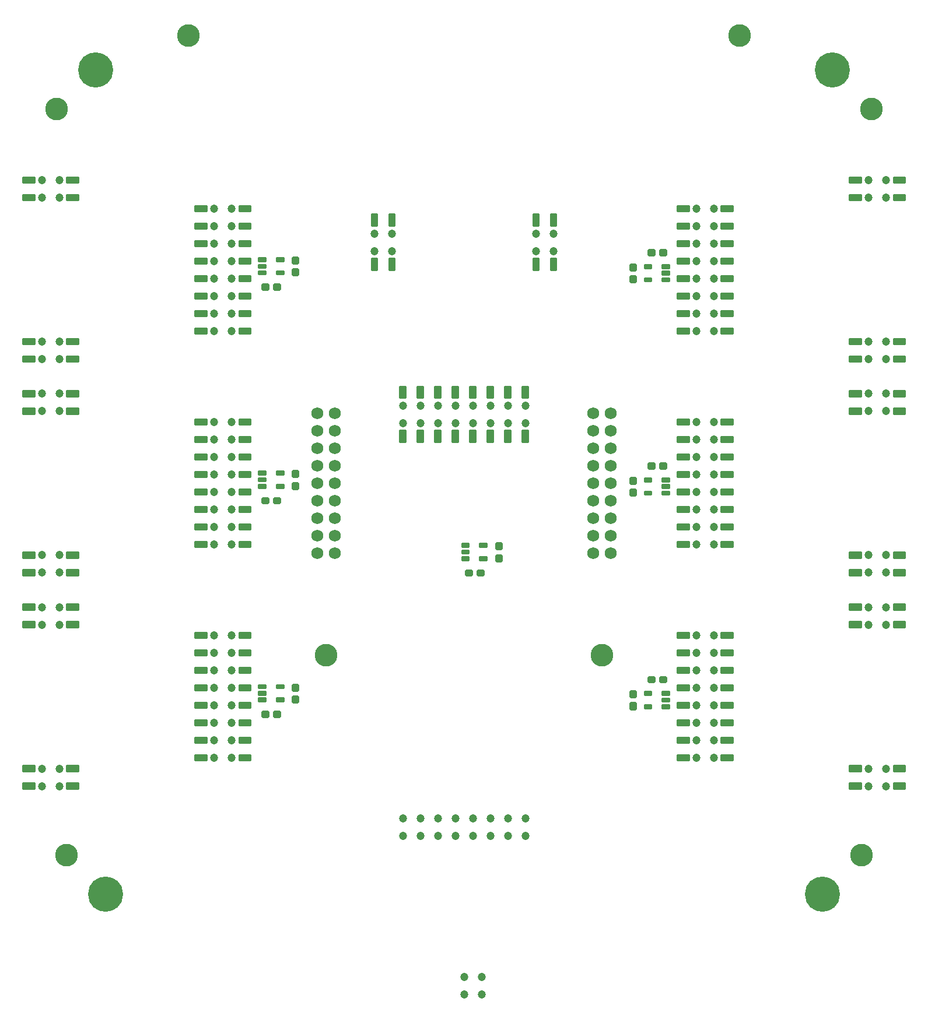
<source format=gbr>
G04 EAGLE Gerber RS-274X export*
G75*
%MOMM*%
%FSLAX34Y34*%
%LPD*%
%INSoldermask Bottom*%
%IPPOS*%
%AMOC8*
5,1,8,0,0,1.08239X$1,22.5*%
G01*
%ADD10C,5.100000*%
%ADD11C,3.300000*%
%ADD12C,0.300000*%
%ADD13C,1.200000*%
%ADD14C,1.750000*%
%ADD15C,0.301000*%
%ADD16C,0.605000*%


D10*
X-520230Y-597210D03*
D11*
X-576799Y-540641D03*
D10*
X535000Y600000D03*
D11*
X591569Y543431D03*
D10*
X-535000Y600000D03*
D11*
X-591569Y543431D03*
D10*
X520230Y-597210D03*
D11*
X576799Y-540641D03*
D12*
X624000Y443500D02*
X640000Y443500D01*
X640000Y436500D01*
X624000Y436500D01*
X624000Y443500D01*
X624000Y439350D02*
X640000Y439350D01*
X640000Y442200D02*
X624000Y442200D01*
X576000Y443500D02*
X560000Y443500D01*
X576000Y443500D02*
X576000Y436500D01*
X560000Y436500D01*
X560000Y443500D01*
X560000Y439350D02*
X576000Y439350D01*
X576000Y442200D02*
X560000Y442200D01*
X624000Y418100D02*
X640000Y418100D01*
X640000Y411100D01*
X624000Y411100D01*
X624000Y418100D01*
X624000Y413950D02*
X640000Y413950D01*
X640000Y416800D02*
X624000Y416800D01*
X576000Y418100D02*
X560000Y418100D01*
X576000Y418100D02*
X576000Y411100D01*
X560000Y411100D01*
X560000Y418100D01*
X560000Y413950D02*
X576000Y413950D01*
X576000Y416800D02*
X560000Y416800D01*
D13*
X587300Y440000D03*
X612700Y440000D03*
X587300Y414600D03*
X612700Y414600D03*
D12*
X576000Y176500D02*
X560000Y176500D01*
X560000Y183500D01*
X576000Y183500D01*
X576000Y176500D01*
X576000Y179350D02*
X560000Y179350D01*
X560000Y182200D02*
X576000Y182200D01*
X624000Y176500D02*
X640000Y176500D01*
X624000Y176500D02*
X624000Y183500D01*
X640000Y183500D01*
X640000Y176500D01*
X640000Y179350D02*
X624000Y179350D01*
X624000Y182200D02*
X640000Y182200D01*
X576000Y201900D02*
X560000Y201900D01*
X560000Y208900D01*
X576000Y208900D01*
X576000Y201900D01*
X576000Y204750D02*
X560000Y204750D01*
X560000Y207600D02*
X576000Y207600D01*
X624000Y201900D02*
X640000Y201900D01*
X624000Y201900D02*
X624000Y208900D01*
X640000Y208900D01*
X640000Y201900D01*
X640000Y204750D02*
X624000Y204750D01*
X624000Y207600D02*
X640000Y207600D01*
D13*
X612700Y180000D03*
X587300Y180000D03*
X612700Y205400D03*
X587300Y205400D03*
D12*
X624000Y133500D02*
X640000Y133500D01*
X640000Y126500D01*
X624000Y126500D01*
X624000Y133500D01*
X624000Y129350D02*
X640000Y129350D01*
X640000Y132200D02*
X624000Y132200D01*
X576000Y133500D02*
X560000Y133500D01*
X576000Y133500D02*
X576000Y126500D01*
X560000Y126500D01*
X560000Y133500D01*
X560000Y129350D02*
X576000Y129350D01*
X576000Y132200D02*
X560000Y132200D01*
X624000Y108100D02*
X640000Y108100D01*
X640000Y101100D01*
X624000Y101100D01*
X624000Y108100D01*
X624000Y103950D02*
X640000Y103950D01*
X640000Y106800D02*
X624000Y106800D01*
X576000Y108100D02*
X560000Y108100D01*
X576000Y108100D02*
X576000Y101100D01*
X560000Y101100D01*
X560000Y108100D01*
X560000Y103950D02*
X576000Y103950D01*
X576000Y106800D02*
X560000Y106800D01*
D13*
X587300Y130000D03*
X612700Y130000D03*
X587300Y104600D03*
X612700Y104600D03*
D12*
X576000Y-133500D02*
X560000Y-133500D01*
X560000Y-126500D01*
X576000Y-126500D01*
X576000Y-133500D01*
X576000Y-130650D02*
X560000Y-130650D01*
X560000Y-127800D02*
X576000Y-127800D01*
X624000Y-133500D02*
X640000Y-133500D01*
X624000Y-133500D02*
X624000Y-126500D01*
X640000Y-126500D01*
X640000Y-133500D01*
X640000Y-130650D02*
X624000Y-130650D01*
X624000Y-127800D02*
X640000Y-127800D01*
X576000Y-108100D02*
X560000Y-108100D01*
X560000Y-101100D01*
X576000Y-101100D01*
X576000Y-108100D01*
X576000Y-105250D02*
X560000Y-105250D01*
X560000Y-102400D02*
X576000Y-102400D01*
X624000Y-108100D02*
X640000Y-108100D01*
X624000Y-108100D02*
X624000Y-101100D01*
X640000Y-101100D01*
X640000Y-108100D01*
X640000Y-105250D02*
X624000Y-105250D01*
X624000Y-102400D02*
X640000Y-102400D01*
D13*
X612700Y-130000D03*
X587300Y-130000D03*
X612700Y-104600D03*
X587300Y-104600D03*
D12*
X624000Y-176500D02*
X640000Y-176500D01*
X640000Y-183500D01*
X624000Y-183500D01*
X624000Y-176500D01*
X624000Y-180650D02*
X640000Y-180650D01*
X640000Y-177800D02*
X624000Y-177800D01*
X576000Y-176500D02*
X560000Y-176500D01*
X576000Y-176500D02*
X576000Y-183500D01*
X560000Y-183500D01*
X560000Y-176500D01*
X560000Y-180650D02*
X576000Y-180650D01*
X576000Y-177800D02*
X560000Y-177800D01*
X624000Y-201900D02*
X640000Y-201900D01*
X640000Y-208900D01*
X624000Y-208900D01*
X624000Y-201900D01*
X624000Y-206050D02*
X640000Y-206050D01*
X640000Y-203200D02*
X624000Y-203200D01*
X576000Y-201900D02*
X560000Y-201900D01*
X576000Y-201900D02*
X576000Y-208900D01*
X560000Y-208900D01*
X560000Y-201900D01*
X560000Y-206050D02*
X576000Y-206050D01*
X576000Y-203200D02*
X560000Y-203200D01*
D13*
X587300Y-180000D03*
X612700Y-180000D03*
X587300Y-205400D03*
X612700Y-205400D03*
D12*
X576000Y-443500D02*
X560000Y-443500D01*
X560000Y-436500D01*
X576000Y-436500D01*
X576000Y-443500D01*
X576000Y-440650D02*
X560000Y-440650D01*
X560000Y-437800D02*
X576000Y-437800D01*
X624000Y-443500D02*
X640000Y-443500D01*
X624000Y-443500D02*
X624000Y-436500D01*
X640000Y-436500D01*
X640000Y-443500D01*
X640000Y-440650D02*
X624000Y-440650D01*
X624000Y-437800D02*
X640000Y-437800D01*
X576000Y-418100D02*
X560000Y-418100D01*
X560000Y-411100D01*
X576000Y-411100D01*
X576000Y-418100D01*
X576000Y-415250D02*
X560000Y-415250D01*
X560000Y-412400D02*
X576000Y-412400D01*
X624000Y-418100D02*
X640000Y-418100D01*
X624000Y-418100D02*
X624000Y-411100D01*
X640000Y-411100D01*
X640000Y-418100D01*
X640000Y-415250D02*
X624000Y-415250D01*
X624000Y-412400D02*
X640000Y-412400D01*
D13*
X612700Y-440000D03*
X587300Y-440000D03*
X612700Y-414600D03*
X587300Y-414600D03*
D12*
X-624000Y-443500D02*
X-640000Y-443500D01*
X-640000Y-436500D01*
X-624000Y-436500D01*
X-624000Y-443500D01*
X-624000Y-440650D02*
X-640000Y-440650D01*
X-640000Y-437800D02*
X-624000Y-437800D01*
X-576000Y-443500D02*
X-560000Y-443500D01*
X-576000Y-443500D02*
X-576000Y-436500D01*
X-560000Y-436500D01*
X-560000Y-443500D01*
X-560000Y-440650D02*
X-576000Y-440650D01*
X-576000Y-437800D02*
X-560000Y-437800D01*
X-624000Y-418100D02*
X-640000Y-418100D01*
X-640000Y-411100D01*
X-624000Y-411100D01*
X-624000Y-418100D01*
X-624000Y-415250D02*
X-640000Y-415250D01*
X-640000Y-412400D02*
X-624000Y-412400D01*
X-576000Y-418100D02*
X-560000Y-418100D01*
X-576000Y-418100D02*
X-576000Y-411100D01*
X-560000Y-411100D01*
X-560000Y-418100D01*
X-560000Y-415250D02*
X-576000Y-415250D01*
X-576000Y-412400D02*
X-560000Y-412400D01*
D13*
X-587300Y-440000D03*
X-612700Y-440000D03*
X-587300Y-414600D03*
X-612700Y-414600D03*
D12*
X-576000Y-176500D02*
X-560000Y-176500D01*
X-560000Y-183500D01*
X-576000Y-183500D01*
X-576000Y-176500D01*
X-576000Y-180650D02*
X-560000Y-180650D01*
X-560000Y-177800D02*
X-576000Y-177800D01*
X-624000Y-176500D02*
X-640000Y-176500D01*
X-624000Y-176500D02*
X-624000Y-183500D01*
X-640000Y-183500D01*
X-640000Y-176500D01*
X-640000Y-180650D02*
X-624000Y-180650D01*
X-624000Y-177800D02*
X-640000Y-177800D01*
X-576000Y-201900D02*
X-560000Y-201900D01*
X-560000Y-208900D01*
X-576000Y-208900D01*
X-576000Y-201900D01*
X-576000Y-206050D02*
X-560000Y-206050D01*
X-560000Y-203200D02*
X-576000Y-203200D01*
X-624000Y-201900D02*
X-640000Y-201900D01*
X-624000Y-201900D02*
X-624000Y-208900D01*
X-640000Y-208900D01*
X-640000Y-201900D01*
X-640000Y-206050D02*
X-624000Y-206050D01*
X-624000Y-203200D02*
X-640000Y-203200D01*
D13*
X-612700Y-180000D03*
X-587300Y-180000D03*
X-612700Y-205400D03*
X-587300Y-205400D03*
D12*
X-624000Y-133500D02*
X-640000Y-133500D01*
X-640000Y-126500D01*
X-624000Y-126500D01*
X-624000Y-133500D01*
X-624000Y-130650D02*
X-640000Y-130650D01*
X-640000Y-127800D02*
X-624000Y-127800D01*
X-576000Y-133500D02*
X-560000Y-133500D01*
X-576000Y-133500D02*
X-576000Y-126500D01*
X-560000Y-126500D01*
X-560000Y-133500D01*
X-560000Y-130650D02*
X-576000Y-130650D01*
X-576000Y-127800D02*
X-560000Y-127800D01*
X-624000Y-108100D02*
X-640000Y-108100D01*
X-640000Y-101100D01*
X-624000Y-101100D01*
X-624000Y-108100D01*
X-624000Y-105250D02*
X-640000Y-105250D01*
X-640000Y-102400D02*
X-624000Y-102400D01*
X-576000Y-108100D02*
X-560000Y-108100D01*
X-576000Y-108100D02*
X-576000Y-101100D01*
X-560000Y-101100D01*
X-560000Y-108100D01*
X-560000Y-105250D02*
X-576000Y-105250D01*
X-576000Y-102400D02*
X-560000Y-102400D01*
D13*
X-587300Y-130000D03*
X-612700Y-130000D03*
X-587300Y-104600D03*
X-612700Y-104600D03*
D12*
X-576000Y133500D02*
X-560000Y133500D01*
X-560000Y126500D01*
X-576000Y126500D01*
X-576000Y133500D01*
X-576000Y129350D02*
X-560000Y129350D01*
X-560000Y132200D02*
X-576000Y132200D01*
X-624000Y133500D02*
X-640000Y133500D01*
X-624000Y133500D02*
X-624000Y126500D01*
X-640000Y126500D01*
X-640000Y133500D01*
X-640000Y129350D02*
X-624000Y129350D01*
X-624000Y132200D02*
X-640000Y132200D01*
X-576000Y108100D02*
X-560000Y108100D01*
X-560000Y101100D01*
X-576000Y101100D01*
X-576000Y108100D01*
X-576000Y103950D02*
X-560000Y103950D01*
X-560000Y106800D02*
X-576000Y106800D01*
X-624000Y108100D02*
X-640000Y108100D01*
X-624000Y108100D02*
X-624000Y101100D01*
X-640000Y101100D01*
X-640000Y108100D01*
X-640000Y103950D02*
X-624000Y103950D01*
X-624000Y106800D02*
X-640000Y106800D01*
D13*
X-612700Y130000D03*
X-587300Y130000D03*
X-612700Y104600D03*
X-587300Y104600D03*
D12*
X-624000Y176500D02*
X-640000Y176500D01*
X-640000Y183500D01*
X-624000Y183500D01*
X-624000Y176500D01*
X-624000Y179350D02*
X-640000Y179350D01*
X-640000Y182200D02*
X-624000Y182200D01*
X-576000Y176500D02*
X-560000Y176500D01*
X-576000Y176500D02*
X-576000Y183500D01*
X-560000Y183500D01*
X-560000Y176500D01*
X-560000Y179350D02*
X-576000Y179350D01*
X-576000Y182200D02*
X-560000Y182200D01*
X-624000Y201900D02*
X-640000Y201900D01*
X-640000Y208900D01*
X-624000Y208900D01*
X-624000Y201900D01*
X-624000Y204750D02*
X-640000Y204750D01*
X-640000Y207600D02*
X-624000Y207600D01*
X-576000Y201900D02*
X-560000Y201900D01*
X-576000Y201900D02*
X-576000Y208900D01*
X-560000Y208900D01*
X-560000Y201900D01*
X-560000Y204750D02*
X-576000Y204750D01*
X-576000Y207600D02*
X-560000Y207600D01*
D13*
X-587300Y180000D03*
X-612700Y180000D03*
X-587300Y205400D03*
X-612700Y205400D03*
D12*
X-576000Y443500D02*
X-560000Y443500D01*
X-560000Y436500D01*
X-576000Y436500D01*
X-576000Y443500D01*
X-576000Y439350D02*
X-560000Y439350D01*
X-560000Y442200D02*
X-576000Y442200D01*
X-624000Y443500D02*
X-640000Y443500D01*
X-624000Y443500D02*
X-624000Y436500D01*
X-640000Y436500D01*
X-640000Y443500D01*
X-640000Y439350D02*
X-624000Y439350D01*
X-624000Y442200D02*
X-640000Y442200D01*
X-576000Y418100D02*
X-560000Y418100D01*
X-560000Y411100D01*
X-576000Y411100D01*
X-576000Y418100D01*
X-576000Y413950D02*
X-560000Y413950D01*
X-560000Y416800D02*
X-576000Y416800D01*
X-624000Y418100D02*
X-640000Y418100D01*
X-624000Y418100D02*
X-624000Y411100D01*
X-640000Y411100D01*
X-640000Y418100D01*
X-640000Y413950D02*
X-624000Y413950D01*
X-624000Y416800D02*
X-640000Y416800D01*
D13*
X-612700Y440000D03*
X-587300Y440000D03*
X-612700Y414600D03*
X-587300Y414600D03*
D12*
X-133500Y390000D02*
X-133500Y374000D01*
X-133500Y390000D02*
X-126500Y390000D01*
X-126500Y374000D01*
X-133500Y374000D01*
X-133500Y376850D02*
X-126500Y376850D01*
X-126500Y379700D02*
X-133500Y379700D01*
X-133500Y382550D02*
X-126500Y382550D01*
X-126500Y385400D02*
X-133500Y385400D01*
X-133500Y388250D02*
X-126500Y388250D01*
X-133500Y326000D02*
X-133500Y310000D01*
X-133500Y326000D02*
X-126500Y326000D01*
X-126500Y310000D01*
X-133500Y310000D01*
X-133500Y312850D02*
X-126500Y312850D01*
X-126500Y315700D02*
X-133500Y315700D01*
X-133500Y318550D02*
X-126500Y318550D01*
X-126500Y321400D02*
X-133500Y321400D01*
X-133500Y324250D02*
X-126500Y324250D01*
X-108100Y374000D02*
X-108100Y390000D01*
X-101100Y390000D01*
X-101100Y374000D01*
X-108100Y374000D01*
X-108100Y376850D02*
X-101100Y376850D01*
X-101100Y379700D02*
X-108100Y379700D01*
X-108100Y382550D02*
X-101100Y382550D01*
X-101100Y385400D02*
X-108100Y385400D01*
X-108100Y388250D02*
X-101100Y388250D01*
X-108100Y326000D02*
X-108100Y310000D01*
X-108100Y326000D02*
X-101100Y326000D01*
X-101100Y310000D01*
X-108100Y310000D01*
X-108100Y312850D02*
X-101100Y312850D01*
X-101100Y315700D02*
X-108100Y315700D01*
X-108100Y318550D02*
X-101100Y318550D01*
X-101100Y321400D02*
X-108100Y321400D01*
X-108100Y324250D02*
X-101100Y324250D01*
D13*
X-130000Y337300D03*
X-130000Y362700D03*
X-104600Y337300D03*
X-104600Y362700D03*
D12*
X133500Y326000D02*
X133500Y310000D01*
X126500Y310000D01*
X126500Y326000D01*
X133500Y326000D01*
X133500Y312850D02*
X126500Y312850D01*
X126500Y315700D02*
X133500Y315700D01*
X133500Y318550D02*
X126500Y318550D01*
X126500Y321400D02*
X133500Y321400D01*
X133500Y324250D02*
X126500Y324250D01*
X133500Y374000D02*
X133500Y390000D01*
X133500Y374000D02*
X126500Y374000D01*
X126500Y390000D01*
X133500Y390000D01*
X133500Y376850D02*
X126500Y376850D01*
X126500Y379700D02*
X133500Y379700D01*
X133500Y382550D02*
X126500Y382550D01*
X126500Y385400D02*
X133500Y385400D01*
X133500Y388250D02*
X126500Y388250D01*
X108100Y326000D02*
X108100Y310000D01*
X101100Y310000D01*
X101100Y326000D01*
X108100Y326000D01*
X108100Y312850D02*
X101100Y312850D01*
X101100Y315700D02*
X108100Y315700D01*
X108100Y318550D02*
X101100Y318550D01*
X101100Y321400D02*
X108100Y321400D01*
X108100Y324250D02*
X101100Y324250D01*
X108100Y374000D02*
X108100Y390000D01*
X108100Y374000D02*
X101100Y374000D01*
X101100Y390000D01*
X108100Y390000D01*
X108100Y376850D02*
X101100Y376850D01*
X101100Y379700D02*
X108100Y379700D01*
X108100Y382550D02*
X101100Y382550D01*
X101100Y385400D02*
X108100Y385400D01*
X108100Y388250D02*
X101100Y388250D01*
D13*
X130000Y362700D03*
X130000Y337300D03*
X104600Y362700D03*
X104600Y337300D03*
D11*
X400000Y650000D03*
X-400000Y650000D03*
X200000Y-250000D03*
X-200000Y-250000D03*
D12*
X374000Y-217600D02*
X390000Y-217600D01*
X390000Y-224600D01*
X374000Y-224600D01*
X374000Y-217600D01*
X374000Y-221750D02*
X390000Y-221750D01*
X390000Y-218900D02*
X374000Y-218900D01*
X326000Y-217600D02*
X310000Y-217600D01*
X326000Y-217600D02*
X326000Y-224600D01*
X310000Y-224600D01*
X310000Y-217600D01*
X310000Y-221750D02*
X326000Y-221750D01*
X326000Y-218900D02*
X310000Y-218900D01*
X374000Y-243000D02*
X390000Y-243000D01*
X390000Y-250000D01*
X374000Y-250000D01*
X374000Y-243000D01*
X374000Y-247150D02*
X390000Y-247150D01*
X390000Y-244300D02*
X374000Y-244300D01*
X326000Y-243000D02*
X310000Y-243000D01*
X326000Y-243000D02*
X326000Y-250000D01*
X310000Y-250000D01*
X310000Y-243000D01*
X310000Y-247150D02*
X326000Y-247150D01*
X326000Y-244300D02*
X310000Y-244300D01*
X374000Y-268400D02*
X390000Y-268400D01*
X390000Y-275400D01*
X374000Y-275400D01*
X374000Y-268400D01*
X374000Y-272550D02*
X390000Y-272550D01*
X390000Y-269700D02*
X374000Y-269700D01*
X326000Y-268400D02*
X310000Y-268400D01*
X326000Y-268400D02*
X326000Y-275400D01*
X310000Y-275400D01*
X310000Y-268400D01*
X310000Y-272550D02*
X326000Y-272550D01*
X326000Y-269700D02*
X310000Y-269700D01*
X374000Y-293800D02*
X390000Y-293800D01*
X390000Y-300800D01*
X374000Y-300800D01*
X374000Y-293800D01*
X374000Y-297950D02*
X390000Y-297950D01*
X390000Y-295100D02*
X374000Y-295100D01*
X326000Y-293800D02*
X310000Y-293800D01*
X326000Y-293800D02*
X326000Y-300800D01*
X310000Y-300800D01*
X310000Y-293800D01*
X310000Y-297950D02*
X326000Y-297950D01*
X326000Y-295100D02*
X310000Y-295100D01*
X374000Y-319200D02*
X390000Y-319200D01*
X390000Y-326200D01*
X374000Y-326200D01*
X374000Y-319200D01*
X374000Y-323350D02*
X390000Y-323350D01*
X390000Y-320500D02*
X374000Y-320500D01*
X326000Y-319200D02*
X310000Y-319200D01*
X326000Y-319200D02*
X326000Y-326200D01*
X310000Y-326200D01*
X310000Y-319200D01*
X310000Y-323350D02*
X326000Y-323350D01*
X326000Y-320500D02*
X310000Y-320500D01*
X374000Y-344600D02*
X390000Y-344600D01*
X390000Y-351600D01*
X374000Y-351600D01*
X374000Y-344600D01*
X374000Y-348750D02*
X390000Y-348750D01*
X390000Y-345900D02*
X374000Y-345900D01*
X326000Y-344600D02*
X310000Y-344600D01*
X326000Y-344600D02*
X326000Y-351600D01*
X310000Y-351600D01*
X310000Y-344600D01*
X310000Y-348750D02*
X326000Y-348750D01*
X326000Y-345900D02*
X310000Y-345900D01*
X374000Y-370000D02*
X390000Y-370000D01*
X390000Y-377000D01*
X374000Y-377000D01*
X374000Y-370000D01*
X374000Y-374150D02*
X390000Y-374150D01*
X390000Y-371300D02*
X374000Y-371300D01*
X326000Y-370000D02*
X310000Y-370000D01*
X326000Y-370000D02*
X326000Y-377000D01*
X310000Y-377000D01*
X310000Y-370000D01*
X310000Y-374150D02*
X326000Y-374150D01*
X326000Y-371300D02*
X310000Y-371300D01*
X374000Y-395400D02*
X390000Y-395400D01*
X390000Y-402400D01*
X374000Y-402400D01*
X374000Y-395400D01*
X374000Y-399550D02*
X390000Y-399550D01*
X390000Y-396700D02*
X374000Y-396700D01*
X326000Y-395400D02*
X310000Y-395400D01*
X326000Y-395400D02*
X326000Y-402400D01*
X310000Y-402400D01*
X310000Y-395400D01*
X310000Y-399550D02*
X326000Y-399550D01*
X326000Y-396700D02*
X310000Y-396700D01*
D13*
X337300Y-221100D03*
X337300Y-246500D03*
X362700Y-246500D03*
X362700Y-221100D03*
X337300Y-271900D03*
X362700Y-271900D03*
X337300Y-297300D03*
X362700Y-297300D03*
X362700Y-322700D03*
X337300Y-322700D03*
X337300Y-348100D03*
X362700Y-348100D03*
X362700Y-373500D03*
X337300Y-373500D03*
X337300Y-398900D03*
X362700Y-398900D03*
D12*
X-374000Y-402400D02*
X-390000Y-402400D01*
X-390000Y-395400D01*
X-374000Y-395400D01*
X-374000Y-402400D01*
X-374000Y-399550D02*
X-390000Y-399550D01*
X-390000Y-396700D02*
X-374000Y-396700D01*
X-326000Y-402400D02*
X-310000Y-402400D01*
X-326000Y-402400D02*
X-326000Y-395400D01*
X-310000Y-395400D01*
X-310000Y-402400D01*
X-310000Y-399550D02*
X-326000Y-399550D01*
X-326000Y-396700D02*
X-310000Y-396700D01*
X-374000Y-377000D02*
X-390000Y-377000D01*
X-390000Y-370000D01*
X-374000Y-370000D01*
X-374000Y-377000D01*
X-374000Y-374150D02*
X-390000Y-374150D01*
X-390000Y-371300D02*
X-374000Y-371300D01*
X-326000Y-377000D02*
X-310000Y-377000D01*
X-326000Y-377000D02*
X-326000Y-370000D01*
X-310000Y-370000D01*
X-310000Y-377000D01*
X-310000Y-374150D02*
X-326000Y-374150D01*
X-326000Y-371300D02*
X-310000Y-371300D01*
X-374000Y-351600D02*
X-390000Y-351600D01*
X-390000Y-344600D01*
X-374000Y-344600D01*
X-374000Y-351600D01*
X-374000Y-348750D02*
X-390000Y-348750D01*
X-390000Y-345900D02*
X-374000Y-345900D01*
X-326000Y-351600D02*
X-310000Y-351600D01*
X-326000Y-351600D02*
X-326000Y-344600D01*
X-310000Y-344600D01*
X-310000Y-351600D01*
X-310000Y-348750D02*
X-326000Y-348750D01*
X-326000Y-345900D02*
X-310000Y-345900D01*
X-374000Y-326200D02*
X-390000Y-326200D01*
X-390000Y-319200D01*
X-374000Y-319200D01*
X-374000Y-326200D01*
X-374000Y-323350D02*
X-390000Y-323350D01*
X-390000Y-320500D02*
X-374000Y-320500D01*
X-326000Y-326200D02*
X-310000Y-326200D01*
X-326000Y-326200D02*
X-326000Y-319200D01*
X-310000Y-319200D01*
X-310000Y-326200D01*
X-310000Y-323350D02*
X-326000Y-323350D01*
X-326000Y-320500D02*
X-310000Y-320500D01*
X-374000Y-300800D02*
X-390000Y-300800D01*
X-390000Y-293800D01*
X-374000Y-293800D01*
X-374000Y-300800D01*
X-374000Y-297950D02*
X-390000Y-297950D01*
X-390000Y-295100D02*
X-374000Y-295100D01*
X-326000Y-300800D02*
X-310000Y-300800D01*
X-326000Y-300800D02*
X-326000Y-293800D01*
X-310000Y-293800D01*
X-310000Y-300800D01*
X-310000Y-297950D02*
X-326000Y-297950D01*
X-326000Y-295100D02*
X-310000Y-295100D01*
X-374000Y-275400D02*
X-390000Y-275400D01*
X-390000Y-268400D01*
X-374000Y-268400D01*
X-374000Y-275400D01*
X-374000Y-272550D02*
X-390000Y-272550D01*
X-390000Y-269700D02*
X-374000Y-269700D01*
X-326000Y-275400D02*
X-310000Y-275400D01*
X-326000Y-275400D02*
X-326000Y-268400D01*
X-310000Y-268400D01*
X-310000Y-275400D01*
X-310000Y-272550D02*
X-326000Y-272550D01*
X-326000Y-269700D02*
X-310000Y-269700D01*
X-374000Y-250000D02*
X-390000Y-250000D01*
X-390000Y-243000D01*
X-374000Y-243000D01*
X-374000Y-250000D01*
X-374000Y-247150D02*
X-390000Y-247150D01*
X-390000Y-244300D02*
X-374000Y-244300D01*
X-326000Y-250000D02*
X-310000Y-250000D01*
X-326000Y-250000D02*
X-326000Y-243000D01*
X-310000Y-243000D01*
X-310000Y-250000D01*
X-310000Y-247150D02*
X-326000Y-247150D01*
X-326000Y-244300D02*
X-310000Y-244300D01*
X-374000Y-224600D02*
X-390000Y-224600D01*
X-390000Y-217600D01*
X-374000Y-217600D01*
X-374000Y-224600D01*
X-374000Y-221750D02*
X-390000Y-221750D01*
X-390000Y-218900D02*
X-374000Y-218900D01*
X-326000Y-224600D02*
X-310000Y-224600D01*
X-326000Y-224600D02*
X-326000Y-217600D01*
X-310000Y-217600D01*
X-310000Y-224600D01*
X-310000Y-221750D02*
X-326000Y-221750D01*
X-326000Y-218900D02*
X-310000Y-218900D01*
D13*
X-337300Y-398900D03*
X-337300Y-373500D03*
X-362700Y-373500D03*
X-362700Y-398900D03*
X-337300Y-348100D03*
X-362700Y-348100D03*
X-337300Y-322700D03*
X-362700Y-322700D03*
X-362700Y-297300D03*
X-337300Y-297300D03*
X-337300Y-271900D03*
X-362700Y-271900D03*
X-362700Y-246500D03*
X-337300Y-246500D03*
X-337300Y-221100D03*
X-362700Y-221100D03*
D12*
X-374000Y-92400D02*
X-390000Y-92400D01*
X-390000Y-85400D01*
X-374000Y-85400D01*
X-374000Y-92400D01*
X-374000Y-89550D02*
X-390000Y-89550D01*
X-390000Y-86700D02*
X-374000Y-86700D01*
X-326000Y-92400D02*
X-310000Y-92400D01*
X-326000Y-92400D02*
X-326000Y-85400D01*
X-310000Y-85400D01*
X-310000Y-92400D01*
X-310000Y-89550D02*
X-326000Y-89550D01*
X-326000Y-86700D02*
X-310000Y-86700D01*
X-374000Y-67000D02*
X-390000Y-67000D01*
X-390000Y-60000D01*
X-374000Y-60000D01*
X-374000Y-67000D01*
X-374000Y-64150D02*
X-390000Y-64150D01*
X-390000Y-61300D02*
X-374000Y-61300D01*
X-326000Y-67000D02*
X-310000Y-67000D01*
X-326000Y-67000D02*
X-326000Y-60000D01*
X-310000Y-60000D01*
X-310000Y-67000D01*
X-310000Y-64150D02*
X-326000Y-64150D01*
X-326000Y-61300D02*
X-310000Y-61300D01*
X-374000Y-41600D02*
X-390000Y-41600D01*
X-390000Y-34600D01*
X-374000Y-34600D01*
X-374000Y-41600D01*
X-374000Y-38750D02*
X-390000Y-38750D01*
X-390000Y-35900D02*
X-374000Y-35900D01*
X-326000Y-41600D02*
X-310000Y-41600D01*
X-326000Y-41600D02*
X-326000Y-34600D01*
X-310000Y-34600D01*
X-310000Y-41600D01*
X-310000Y-38750D02*
X-326000Y-38750D01*
X-326000Y-35900D02*
X-310000Y-35900D01*
X-374000Y-16200D02*
X-390000Y-16200D01*
X-390000Y-9200D01*
X-374000Y-9200D01*
X-374000Y-16200D01*
X-374000Y-13350D02*
X-390000Y-13350D01*
X-390000Y-10500D02*
X-374000Y-10500D01*
X-326000Y-16200D02*
X-310000Y-16200D01*
X-326000Y-16200D02*
X-326000Y-9200D01*
X-310000Y-9200D01*
X-310000Y-16200D01*
X-310000Y-13350D02*
X-326000Y-13350D01*
X-326000Y-10500D02*
X-310000Y-10500D01*
X-374000Y9200D02*
X-390000Y9200D01*
X-390000Y16200D01*
X-374000Y16200D01*
X-374000Y9200D01*
X-374000Y12050D02*
X-390000Y12050D01*
X-390000Y14900D02*
X-374000Y14900D01*
X-326000Y9200D02*
X-310000Y9200D01*
X-326000Y9200D02*
X-326000Y16200D01*
X-310000Y16200D01*
X-310000Y9200D01*
X-310000Y12050D02*
X-326000Y12050D01*
X-326000Y14900D02*
X-310000Y14900D01*
X-374000Y34600D02*
X-390000Y34600D01*
X-390000Y41600D01*
X-374000Y41600D01*
X-374000Y34600D01*
X-374000Y37450D02*
X-390000Y37450D01*
X-390000Y40300D02*
X-374000Y40300D01*
X-326000Y34600D02*
X-310000Y34600D01*
X-326000Y34600D02*
X-326000Y41600D01*
X-310000Y41600D01*
X-310000Y34600D01*
X-310000Y37450D02*
X-326000Y37450D01*
X-326000Y40300D02*
X-310000Y40300D01*
X-374000Y60000D02*
X-390000Y60000D01*
X-390000Y67000D01*
X-374000Y67000D01*
X-374000Y60000D01*
X-374000Y62850D02*
X-390000Y62850D01*
X-390000Y65700D02*
X-374000Y65700D01*
X-326000Y60000D02*
X-310000Y60000D01*
X-326000Y60000D02*
X-326000Y67000D01*
X-310000Y67000D01*
X-310000Y60000D01*
X-310000Y62850D02*
X-326000Y62850D01*
X-326000Y65700D02*
X-310000Y65700D01*
X-374000Y85400D02*
X-390000Y85400D01*
X-390000Y92400D01*
X-374000Y92400D01*
X-374000Y85400D01*
X-374000Y88250D02*
X-390000Y88250D01*
X-390000Y91100D02*
X-374000Y91100D01*
X-326000Y85400D02*
X-310000Y85400D01*
X-326000Y85400D02*
X-326000Y92400D01*
X-310000Y92400D01*
X-310000Y85400D01*
X-310000Y88250D02*
X-326000Y88250D01*
X-326000Y91100D02*
X-310000Y91100D01*
D13*
X-337300Y-88900D03*
X-337300Y-63500D03*
X-362700Y-63500D03*
X-362700Y-88900D03*
X-337300Y-38100D03*
X-362700Y-38100D03*
X-337300Y-12700D03*
X-362700Y-12700D03*
X-362700Y12700D03*
X-337300Y12700D03*
X-337300Y38100D03*
X-362700Y38100D03*
X-362700Y63500D03*
X-337300Y63500D03*
X-337300Y88900D03*
X-362700Y88900D03*
D12*
X-374000Y217600D02*
X-390000Y217600D01*
X-390000Y224600D01*
X-374000Y224600D01*
X-374000Y217600D01*
X-374000Y220450D02*
X-390000Y220450D01*
X-390000Y223300D02*
X-374000Y223300D01*
X-326000Y217600D02*
X-310000Y217600D01*
X-326000Y217600D02*
X-326000Y224600D01*
X-310000Y224600D01*
X-310000Y217600D01*
X-310000Y220450D02*
X-326000Y220450D01*
X-326000Y223300D02*
X-310000Y223300D01*
X-374000Y243000D02*
X-390000Y243000D01*
X-390000Y250000D01*
X-374000Y250000D01*
X-374000Y243000D01*
X-374000Y245850D02*
X-390000Y245850D01*
X-390000Y248700D02*
X-374000Y248700D01*
X-326000Y243000D02*
X-310000Y243000D01*
X-326000Y243000D02*
X-326000Y250000D01*
X-310000Y250000D01*
X-310000Y243000D01*
X-310000Y245850D02*
X-326000Y245850D01*
X-326000Y248700D02*
X-310000Y248700D01*
X-374000Y268400D02*
X-390000Y268400D01*
X-390000Y275400D01*
X-374000Y275400D01*
X-374000Y268400D01*
X-374000Y271250D02*
X-390000Y271250D01*
X-390000Y274100D02*
X-374000Y274100D01*
X-326000Y268400D02*
X-310000Y268400D01*
X-326000Y268400D02*
X-326000Y275400D01*
X-310000Y275400D01*
X-310000Y268400D01*
X-310000Y271250D02*
X-326000Y271250D01*
X-326000Y274100D02*
X-310000Y274100D01*
X-374000Y293800D02*
X-390000Y293800D01*
X-390000Y300800D01*
X-374000Y300800D01*
X-374000Y293800D01*
X-374000Y296650D02*
X-390000Y296650D01*
X-390000Y299500D02*
X-374000Y299500D01*
X-326000Y293800D02*
X-310000Y293800D01*
X-326000Y293800D02*
X-326000Y300800D01*
X-310000Y300800D01*
X-310000Y293800D01*
X-310000Y296650D02*
X-326000Y296650D01*
X-326000Y299500D02*
X-310000Y299500D01*
X-374000Y319200D02*
X-390000Y319200D01*
X-390000Y326200D01*
X-374000Y326200D01*
X-374000Y319200D01*
X-374000Y322050D02*
X-390000Y322050D01*
X-390000Y324900D02*
X-374000Y324900D01*
X-326000Y319200D02*
X-310000Y319200D01*
X-326000Y319200D02*
X-326000Y326200D01*
X-310000Y326200D01*
X-310000Y319200D01*
X-310000Y322050D02*
X-326000Y322050D01*
X-326000Y324900D02*
X-310000Y324900D01*
X-374000Y344600D02*
X-390000Y344600D01*
X-390000Y351600D01*
X-374000Y351600D01*
X-374000Y344600D01*
X-374000Y347450D02*
X-390000Y347450D01*
X-390000Y350300D02*
X-374000Y350300D01*
X-326000Y344600D02*
X-310000Y344600D01*
X-326000Y344600D02*
X-326000Y351600D01*
X-310000Y351600D01*
X-310000Y344600D01*
X-310000Y347450D02*
X-326000Y347450D01*
X-326000Y350300D02*
X-310000Y350300D01*
X-374000Y370000D02*
X-390000Y370000D01*
X-390000Y377000D01*
X-374000Y377000D01*
X-374000Y370000D01*
X-374000Y372850D02*
X-390000Y372850D01*
X-390000Y375700D02*
X-374000Y375700D01*
X-326000Y370000D02*
X-310000Y370000D01*
X-326000Y370000D02*
X-326000Y377000D01*
X-310000Y377000D01*
X-310000Y370000D01*
X-310000Y372850D02*
X-326000Y372850D01*
X-326000Y375700D02*
X-310000Y375700D01*
X-374000Y395400D02*
X-390000Y395400D01*
X-390000Y402400D01*
X-374000Y402400D01*
X-374000Y395400D01*
X-374000Y398250D02*
X-390000Y398250D01*
X-390000Y401100D02*
X-374000Y401100D01*
X-326000Y395400D02*
X-310000Y395400D01*
X-326000Y395400D02*
X-326000Y402400D01*
X-310000Y402400D01*
X-310000Y395400D01*
X-310000Y398250D02*
X-326000Y398250D01*
X-326000Y401100D02*
X-310000Y401100D01*
D13*
X-337300Y221100D03*
X-337300Y246500D03*
X-362700Y246500D03*
X-362700Y221100D03*
X-337300Y271900D03*
X-362700Y271900D03*
X-337300Y297300D03*
X-362700Y297300D03*
X-362700Y322700D03*
X-337300Y322700D03*
X-337300Y348100D03*
X-362700Y348100D03*
X-362700Y373500D03*
X-337300Y373500D03*
X-337300Y398900D03*
X-362700Y398900D03*
D12*
X374000Y402400D02*
X390000Y402400D01*
X390000Y395400D01*
X374000Y395400D01*
X374000Y402400D01*
X374000Y398250D02*
X390000Y398250D01*
X390000Y401100D02*
X374000Y401100D01*
X326000Y402400D02*
X310000Y402400D01*
X326000Y402400D02*
X326000Y395400D01*
X310000Y395400D01*
X310000Y402400D01*
X310000Y398250D02*
X326000Y398250D01*
X326000Y401100D02*
X310000Y401100D01*
X374000Y377000D02*
X390000Y377000D01*
X390000Y370000D01*
X374000Y370000D01*
X374000Y377000D01*
X374000Y372850D02*
X390000Y372850D01*
X390000Y375700D02*
X374000Y375700D01*
X326000Y377000D02*
X310000Y377000D01*
X326000Y377000D02*
X326000Y370000D01*
X310000Y370000D01*
X310000Y377000D01*
X310000Y372850D02*
X326000Y372850D01*
X326000Y375700D02*
X310000Y375700D01*
X374000Y351600D02*
X390000Y351600D01*
X390000Y344600D01*
X374000Y344600D01*
X374000Y351600D01*
X374000Y347450D02*
X390000Y347450D01*
X390000Y350300D02*
X374000Y350300D01*
X326000Y351600D02*
X310000Y351600D01*
X326000Y351600D02*
X326000Y344600D01*
X310000Y344600D01*
X310000Y351600D01*
X310000Y347450D02*
X326000Y347450D01*
X326000Y350300D02*
X310000Y350300D01*
X374000Y326200D02*
X390000Y326200D01*
X390000Y319200D01*
X374000Y319200D01*
X374000Y326200D01*
X374000Y322050D02*
X390000Y322050D01*
X390000Y324900D02*
X374000Y324900D01*
X326000Y326200D02*
X310000Y326200D01*
X326000Y326200D02*
X326000Y319200D01*
X310000Y319200D01*
X310000Y326200D01*
X310000Y322050D02*
X326000Y322050D01*
X326000Y324900D02*
X310000Y324900D01*
X374000Y300800D02*
X390000Y300800D01*
X390000Y293800D01*
X374000Y293800D01*
X374000Y300800D01*
X374000Y296650D02*
X390000Y296650D01*
X390000Y299500D02*
X374000Y299500D01*
X326000Y300800D02*
X310000Y300800D01*
X326000Y300800D02*
X326000Y293800D01*
X310000Y293800D01*
X310000Y300800D01*
X310000Y296650D02*
X326000Y296650D01*
X326000Y299500D02*
X310000Y299500D01*
X374000Y275400D02*
X390000Y275400D01*
X390000Y268400D01*
X374000Y268400D01*
X374000Y275400D01*
X374000Y271250D02*
X390000Y271250D01*
X390000Y274100D02*
X374000Y274100D01*
X326000Y275400D02*
X310000Y275400D01*
X326000Y275400D02*
X326000Y268400D01*
X310000Y268400D01*
X310000Y275400D01*
X310000Y271250D02*
X326000Y271250D01*
X326000Y274100D02*
X310000Y274100D01*
X374000Y250000D02*
X390000Y250000D01*
X390000Y243000D01*
X374000Y243000D01*
X374000Y250000D01*
X374000Y245850D02*
X390000Y245850D01*
X390000Y248700D02*
X374000Y248700D01*
X326000Y250000D02*
X310000Y250000D01*
X326000Y250000D02*
X326000Y243000D01*
X310000Y243000D01*
X310000Y250000D01*
X310000Y245850D02*
X326000Y245850D01*
X326000Y248700D02*
X310000Y248700D01*
X374000Y224600D02*
X390000Y224600D01*
X390000Y217600D01*
X374000Y217600D01*
X374000Y224600D01*
X374000Y220450D02*
X390000Y220450D01*
X390000Y223300D02*
X374000Y223300D01*
X326000Y224600D02*
X310000Y224600D01*
X326000Y224600D02*
X326000Y217600D01*
X310000Y217600D01*
X310000Y224600D01*
X310000Y220450D02*
X326000Y220450D01*
X326000Y223300D02*
X310000Y223300D01*
D13*
X337300Y398900D03*
X337300Y373500D03*
X362700Y373500D03*
X362700Y398900D03*
X337300Y348100D03*
X362700Y348100D03*
X337300Y322700D03*
X362700Y322700D03*
X362700Y297300D03*
X337300Y297300D03*
X337300Y271900D03*
X362700Y271900D03*
X362700Y246500D03*
X337300Y246500D03*
X337300Y221100D03*
X362700Y221100D03*
D12*
X374000Y92400D02*
X390000Y92400D01*
X390000Y85400D01*
X374000Y85400D01*
X374000Y92400D01*
X374000Y88250D02*
X390000Y88250D01*
X390000Y91100D02*
X374000Y91100D01*
X326000Y92400D02*
X310000Y92400D01*
X326000Y92400D02*
X326000Y85400D01*
X310000Y85400D01*
X310000Y92400D01*
X310000Y88250D02*
X326000Y88250D01*
X326000Y91100D02*
X310000Y91100D01*
X374000Y67000D02*
X390000Y67000D01*
X390000Y60000D01*
X374000Y60000D01*
X374000Y67000D01*
X374000Y62850D02*
X390000Y62850D01*
X390000Y65700D02*
X374000Y65700D01*
X326000Y67000D02*
X310000Y67000D01*
X326000Y67000D02*
X326000Y60000D01*
X310000Y60000D01*
X310000Y67000D01*
X310000Y62850D02*
X326000Y62850D01*
X326000Y65700D02*
X310000Y65700D01*
X374000Y41600D02*
X390000Y41600D01*
X390000Y34600D01*
X374000Y34600D01*
X374000Y41600D01*
X374000Y37450D02*
X390000Y37450D01*
X390000Y40300D02*
X374000Y40300D01*
X326000Y41600D02*
X310000Y41600D01*
X326000Y41600D02*
X326000Y34600D01*
X310000Y34600D01*
X310000Y41600D01*
X310000Y37450D02*
X326000Y37450D01*
X326000Y40300D02*
X310000Y40300D01*
X374000Y16200D02*
X390000Y16200D01*
X390000Y9200D01*
X374000Y9200D01*
X374000Y16200D01*
X374000Y12050D02*
X390000Y12050D01*
X390000Y14900D02*
X374000Y14900D01*
X326000Y16200D02*
X310000Y16200D01*
X326000Y16200D02*
X326000Y9200D01*
X310000Y9200D01*
X310000Y16200D01*
X310000Y12050D02*
X326000Y12050D01*
X326000Y14900D02*
X310000Y14900D01*
X374000Y-9200D02*
X390000Y-9200D01*
X390000Y-16200D01*
X374000Y-16200D01*
X374000Y-9200D01*
X374000Y-13350D02*
X390000Y-13350D01*
X390000Y-10500D02*
X374000Y-10500D01*
X326000Y-9200D02*
X310000Y-9200D01*
X326000Y-9200D02*
X326000Y-16200D01*
X310000Y-16200D01*
X310000Y-9200D01*
X310000Y-13350D02*
X326000Y-13350D01*
X326000Y-10500D02*
X310000Y-10500D01*
X374000Y-34600D02*
X390000Y-34600D01*
X390000Y-41600D01*
X374000Y-41600D01*
X374000Y-34600D01*
X374000Y-38750D02*
X390000Y-38750D01*
X390000Y-35900D02*
X374000Y-35900D01*
X326000Y-34600D02*
X310000Y-34600D01*
X326000Y-34600D02*
X326000Y-41600D01*
X310000Y-41600D01*
X310000Y-34600D01*
X310000Y-38750D02*
X326000Y-38750D01*
X326000Y-35900D02*
X310000Y-35900D01*
X374000Y-60000D02*
X390000Y-60000D01*
X390000Y-67000D01*
X374000Y-67000D01*
X374000Y-60000D01*
X374000Y-64150D02*
X390000Y-64150D01*
X390000Y-61300D02*
X374000Y-61300D01*
X326000Y-60000D02*
X310000Y-60000D01*
X326000Y-60000D02*
X326000Y-67000D01*
X310000Y-67000D01*
X310000Y-60000D01*
X310000Y-64150D02*
X326000Y-64150D01*
X326000Y-61300D02*
X310000Y-61300D01*
X374000Y-85400D02*
X390000Y-85400D01*
X390000Y-92400D01*
X374000Y-92400D01*
X374000Y-85400D01*
X374000Y-89550D02*
X390000Y-89550D01*
X390000Y-86700D02*
X374000Y-86700D01*
X326000Y-85400D02*
X310000Y-85400D01*
X326000Y-85400D02*
X326000Y-92400D01*
X310000Y-92400D01*
X310000Y-85400D01*
X310000Y-89550D02*
X326000Y-89550D01*
X326000Y-86700D02*
X310000Y-86700D01*
D13*
X337300Y88900D03*
X337300Y63500D03*
X362700Y63500D03*
X362700Y88900D03*
X337300Y38100D03*
X362700Y38100D03*
X337300Y12700D03*
X362700Y12700D03*
X362700Y-12700D03*
X337300Y-12700D03*
X337300Y-38100D03*
X362700Y-38100D03*
X362700Y-63500D03*
X337300Y-63500D03*
X337300Y-88900D03*
X362700Y-88900D03*
D12*
X-92400Y124000D02*
X-92400Y140000D01*
X-85400Y140000D01*
X-85400Y124000D01*
X-92400Y124000D01*
X-92400Y126850D02*
X-85400Y126850D01*
X-85400Y129700D02*
X-92400Y129700D01*
X-92400Y132550D02*
X-85400Y132550D01*
X-85400Y135400D02*
X-92400Y135400D01*
X-92400Y138250D02*
X-85400Y138250D01*
X-92400Y76000D02*
X-92400Y60000D01*
X-92400Y76000D02*
X-85400Y76000D01*
X-85400Y60000D01*
X-92400Y60000D01*
X-92400Y62850D02*
X-85400Y62850D01*
X-85400Y65700D02*
X-92400Y65700D01*
X-92400Y68550D02*
X-85400Y68550D01*
X-85400Y71400D02*
X-92400Y71400D01*
X-92400Y74250D02*
X-85400Y74250D01*
X-67000Y124000D02*
X-67000Y140000D01*
X-60000Y140000D01*
X-60000Y124000D01*
X-67000Y124000D01*
X-67000Y126850D02*
X-60000Y126850D01*
X-60000Y129700D02*
X-67000Y129700D01*
X-67000Y132550D02*
X-60000Y132550D01*
X-60000Y135400D02*
X-67000Y135400D01*
X-67000Y138250D02*
X-60000Y138250D01*
X-67000Y76000D02*
X-67000Y60000D01*
X-67000Y76000D02*
X-60000Y76000D01*
X-60000Y60000D01*
X-67000Y60000D01*
X-67000Y62850D02*
X-60000Y62850D01*
X-60000Y65700D02*
X-67000Y65700D01*
X-67000Y68550D02*
X-60000Y68550D01*
X-60000Y71400D02*
X-67000Y71400D01*
X-67000Y74250D02*
X-60000Y74250D01*
X-41600Y124000D02*
X-41600Y140000D01*
X-34600Y140000D01*
X-34600Y124000D01*
X-41600Y124000D01*
X-41600Y126850D02*
X-34600Y126850D01*
X-34600Y129700D02*
X-41600Y129700D01*
X-41600Y132550D02*
X-34600Y132550D01*
X-34600Y135400D02*
X-41600Y135400D01*
X-41600Y138250D02*
X-34600Y138250D01*
X-41600Y76000D02*
X-41600Y60000D01*
X-41600Y76000D02*
X-34600Y76000D01*
X-34600Y60000D01*
X-41600Y60000D01*
X-41600Y62850D02*
X-34600Y62850D01*
X-34600Y65700D02*
X-41600Y65700D01*
X-41600Y68550D02*
X-34600Y68550D01*
X-34600Y71400D02*
X-41600Y71400D01*
X-41600Y74250D02*
X-34600Y74250D01*
X-16200Y124000D02*
X-16200Y140000D01*
X-9200Y140000D01*
X-9200Y124000D01*
X-16200Y124000D01*
X-16200Y126850D02*
X-9200Y126850D01*
X-9200Y129700D02*
X-16200Y129700D01*
X-16200Y132550D02*
X-9200Y132550D01*
X-9200Y135400D02*
X-16200Y135400D01*
X-16200Y138250D02*
X-9200Y138250D01*
X-16200Y76000D02*
X-16200Y60000D01*
X-16200Y76000D02*
X-9200Y76000D01*
X-9200Y60000D01*
X-16200Y60000D01*
X-16200Y62850D02*
X-9200Y62850D01*
X-9200Y65700D02*
X-16200Y65700D01*
X-16200Y68550D02*
X-9200Y68550D01*
X-9200Y71400D02*
X-16200Y71400D01*
X-16200Y74250D02*
X-9200Y74250D01*
X9200Y124000D02*
X9200Y140000D01*
X16200Y140000D01*
X16200Y124000D01*
X9200Y124000D01*
X9200Y126850D02*
X16200Y126850D01*
X16200Y129700D02*
X9200Y129700D01*
X9200Y132550D02*
X16200Y132550D01*
X16200Y135400D02*
X9200Y135400D01*
X9200Y138250D02*
X16200Y138250D01*
X9200Y76000D02*
X9200Y60000D01*
X9200Y76000D02*
X16200Y76000D01*
X16200Y60000D01*
X9200Y60000D01*
X9200Y62850D02*
X16200Y62850D01*
X16200Y65700D02*
X9200Y65700D01*
X9200Y68550D02*
X16200Y68550D01*
X16200Y71400D02*
X9200Y71400D01*
X9200Y74250D02*
X16200Y74250D01*
X34600Y124000D02*
X34600Y140000D01*
X41600Y140000D01*
X41600Y124000D01*
X34600Y124000D01*
X34600Y126850D02*
X41600Y126850D01*
X41600Y129700D02*
X34600Y129700D01*
X34600Y132550D02*
X41600Y132550D01*
X41600Y135400D02*
X34600Y135400D01*
X34600Y138250D02*
X41600Y138250D01*
X34600Y76000D02*
X34600Y60000D01*
X34600Y76000D02*
X41600Y76000D01*
X41600Y60000D01*
X34600Y60000D01*
X34600Y62850D02*
X41600Y62850D01*
X41600Y65700D02*
X34600Y65700D01*
X34600Y68550D02*
X41600Y68550D01*
X41600Y71400D02*
X34600Y71400D01*
X34600Y74250D02*
X41600Y74250D01*
X60000Y124000D02*
X60000Y140000D01*
X67000Y140000D01*
X67000Y124000D01*
X60000Y124000D01*
X60000Y126850D02*
X67000Y126850D01*
X67000Y129700D02*
X60000Y129700D01*
X60000Y132550D02*
X67000Y132550D01*
X67000Y135400D02*
X60000Y135400D01*
X60000Y138250D02*
X67000Y138250D01*
X60000Y76000D02*
X60000Y60000D01*
X60000Y76000D02*
X67000Y76000D01*
X67000Y60000D01*
X60000Y60000D01*
X60000Y62850D02*
X67000Y62850D01*
X67000Y65700D02*
X60000Y65700D01*
X60000Y68550D02*
X67000Y68550D01*
X67000Y71400D02*
X60000Y71400D01*
X60000Y74250D02*
X67000Y74250D01*
X85400Y124000D02*
X85400Y140000D01*
X92400Y140000D01*
X92400Y124000D01*
X85400Y124000D01*
X85400Y126850D02*
X92400Y126850D01*
X92400Y129700D02*
X85400Y129700D01*
X85400Y132550D02*
X92400Y132550D01*
X92400Y135400D02*
X85400Y135400D01*
X85400Y138250D02*
X92400Y138250D01*
X85400Y76000D02*
X85400Y60000D01*
X85400Y76000D02*
X92400Y76000D01*
X92400Y60000D01*
X85400Y60000D01*
X85400Y62850D02*
X92400Y62850D01*
X92400Y65700D02*
X85400Y65700D01*
X85400Y68550D02*
X92400Y68550D01*
X92400Y71400D02*
X85400Y71400D01*
X85400Y74250D02*
X92400Y74250D01*
D13*
X-88900Y87300D03*
X-63500Y87300D03*
X-63500Y112700D03*
X-88900Y112700D03*
X-38100Y87300D03*
X-38100Y112700D03*
X-12700Y87300D03*
X-12700Y112700D03*
X12700Y112700D03*
X12700Y87300D03*
X38100Y87300D03*
X38100Y112700D03*
X63500Y112700D03*
X63500Y87300D03*
X88900Y87300D03*
X88900Y112700D03*
D14*
X187300Y-101600D03*
X212700Y-101600D03*
X187300Y-76200D03*
X212700Y-76200D03*
X187300Y-50800D03*
X212700Y-50800D03*
X187300Y-25400D03*
X212700Y-25400D03*
X187300Y0D03*
X212700Y0D03*
X187300Y25400D03*
X212700Y25400D03*
X187300Y50800D03*
X212700Y50800D03*
X187300Y76200D03*
X212700Y76200D03*
X187300Y101600D03*
X212700Y101600D03*
X-212700Y-101600D03*
X-187300Y-101600D03*
X-212700Y-76200D03*
X-187300Y-76200D03*
X-212700Y-50800D03*
X-187300Y-50800D03*
X-212700Y-25400D03*
X-187300Y-25400D03*
X-212700Y0D03*
X-187300Y0D03*
X-212700Y25400D03*
X-187300Y25400D03*
X-212700Y50800D03*
X-187300Y50800D03*
X-212700Y76200D03*
X-187300Y76200D03*
X-212700Y101600D03*
X-187300Y101600D03*
D13*
X88900Y-512700D03*
X63500Y-512700D03*
X63500Y-487300D03*
X88900Y-487300D03*
X38100Y-512700D03*
X38100Y-487300D03*
X12700Y-512700D03*
X12700Y-487300D03*
X-12700Y-487300D03*
X-12700Y-512700D03*
X-38100Y-512700D03*
X-38100Y-487300D03*
X-63500Y-487300D03*
X-63500Y-512700D03*
X-88900Y-512700D03*
X-88900Y-487300D03*
X25400Y-717300D03*
X0Y-717300D03*
X25400Y-742700D03*
X0Y-742700D03*
D15*
X-2495Y-111495D02*
X6495Y-111495D01*
X-2495Y-111495D02*
X-2495Y-107505D01*
X6495Y-107505D01*
X6495Y-111495D01*
X6495Y-108636D02*
X-2495Y-108636D01*
X-2495Y-101995D02*
X6495Y-101995D01*
X-2495Y-101995D02*
X-2495Y-98005D01*
X6495Y-98005D01*
X6495Y-101995D01*
X6495Y-99136D02*
X-2495Y-99136D01*
X-2495Y-92495D02*
X6495Y-92495D01*
X-2495Y-92495D02*
X-2495Y-88505D01*
X6495Y-88505D01*
X6495Y-92495D01*
X6495Y-89636D02*
X-2495Y-89636D01*
X23505Y-92495D02*
X32495Y-92495D01*
X23505Y-92495D02*
X23505Y-88505D01*
X32495Y-88505D01*
X32495Y-92495D01*
X32495Y-89636D02*
X23505Y-89636D01*
X23505Y-111495D02*
X32495Y-111495D01*
X23505Y-111495D02*
X23505Y-107505D01*
X32495Y-107505D01*
X32495Y-111495D01*
X32495Y-108636D02*
X23505Y-108636D01*
X-288505Y303505D02*
X-297495Y303505D01*
X-297495Y307495D01*
X-288505Y307495D01*
X-288505Y303505D01*
X-288505Y306364D02*
X-297495Y306364D01*
X-297495Y313005D02*
X-288505Y313005D01*
X-297495Y313005D02*
X-297495Y316995D01*
X-288505Y316995D01*
X-288505Y313005D01*
X-288505Y315864D02*
X-297495Y315864D01*
X-297495Y322505D02*
X-288505Y322505D01*
X-297495Y322505D02*
X-297495Y326495D01*
X-288505Y326495D01*
X-288505Y322505D01*
X-288505Y325364D02*
X-297495Y325364D01*
X-271495Y322505D02*
X-262505Y322505D01*
X-271495Y322505D02*
X-271495Y326495D01*
X-262505Y326495D01*
X-262505Y322505D01*
X-262505Y325364D02*
X-271495Y325364D01*
X-271495Y303505D02*
X-262505Y303505D01*
X-271495Y303505D02*
X-271495Y307495D01*
X-262505Y307495D01*
X-262505Y303505D01*
X-262505Y306364D02*
X-271495Y306364D01*
X-288505Y-6495D02*
X-297495Y-6495D01*
X-297495Y-2505D01*
X-288505Y-2505D01*
X-288505Y-6495D01*
X-288505Y-3636D02*
X-297495Y-3636D01*
X-297495Y3005D02*
X-288505Y3005D01*
X-297495Y3005D02*
X-297495Y6995D01*
X-288505Y6995D01*
X-288505Y3005D01*
X-288505Y5864D02*
X-297495Y5864D01*
X-297495Y12505D02*
X-288505Y12505D01*
X-297495Y12505D02*
X-297495Y16495D01*
X-288505Y16495D01*
X-288505Y12505D01*
X-288505Y15364D02*
X-297495Y15364D01*
X-271495Y12505D02*
X-262505Y12505D01*
X-271495Y12505D02*
X-271495Y16495D01*
X-262505Y16495D01*
X-262505Y12505D01*
X-262505Y15364D02*
X-271495Y15364D01*
X-271495Y-6495D02*
X-262505Y-6495D01*
X-271495Y-6495D02*
X-271495Y-2505D01*
X-262505Y-2505D01*
X-262505Y-6495D01*
X-262505Y-3636D02*
X-271495Y-3636D01*
X-288505Y-316495D02*
X-297495Y-316495D01*
X-297495Y-312505D01*
X-288505Y-312505D01*
X-288505Y-316495D01*
X-288505Y-313636D02*
X-297495Y-313636D01*
X-297495Y-306995D02*
X-288505Y-306995D01*
X-297495Y-306995D02*
X-297495Y-303005D01*
X-288505Y-303005D01*
X-288505Y-306995D01*
X-288505Y-304136D02*
X-297495Y-304136D01*
X-297495Y-297495D02*
X-288505Y-297495D01*
X-297495Y-297495D02*
X-297495Y-293505D01*
X-288505Y-293505D01*
X-288505Y-297495D01*
X-288505Y-294636D02*
X-297495Y-294636D01*
X-271495Y-297495D02*
X-262505Y-297495D01*
X-271495Y-297495D02*
X-271495Y-293505D01*
X-262505Y-293505D01*
X-262505Y-297495D01*
X-262505Y-294636D02*
X-271495Y-294636D01*
X-271495Y-316495D02*
X-262505Y-316495D01*
X-271495Y-316495D02*
X-271495Y-312505D01*
X-262505Y-312505D01*
X-262505Y-316495D01*
X-262505Y-313636D02*
X-271495Y-313636D01*
X288505Y-303505D02*
X297495Y-303505D01*
X297495Y-307495D01*
X288505Y-307495D01*
X288505Y-303505D01*
X288505Y-304636D02*
X297495Y-304636D01*
X297495Y-313005D02*
X288505Y-313005D01*
X297495Y-313005D02*
X297495Y-316995D01*
X288505Y-316995D01*
X288505Y-313005D01*
X288505Y-314136D02*
X297495Y-314136D01*
X297495Y-322505D02*
X288505Y-322505D01*
X297495Y-322505D02*
X297495Y-326495D01*
X288505Y-326495D01*
X288505Y-322505D01*
X288505Y-323636D02*
X297495Y-323636D01*
X271495Y-322505D02*
X262505Y-322505D01*
X271495Y-322505D02*
X271495Y-326495D01*
X262505Y-326495D01*
X262505Y-322505D01*
X262505Y-323636D02*
X271495Y-323636D01*
X271495Y-303505D02*
X262505Y-303505D01*
X271495Y-303505D02*
X271495Y-307495D01*
X262505Y-307495D01*
X262505Y-303505D01*
X262505Y-304636D02*
X271495Y-304636D01*
X288505Y6495D02*
X297495Y6495D01*
X297495Y2505D01*
X288505Y2505D01*
X288505Y6495D01*
X288505Y5364D02*
X297495Y5364D01*
X297495Y-3005D02*
X288505Y-3005D01*
X297495Y-3005D02*
X297495Y-6995D01*
X288505Y-6995D01*
X288505Y-3005D01*
X288505Y-4136D02*
X297495Y-4136D01*
X297495Y-12505D02*
X288505Y-12505D01*
X297495Y-12505D02*
X297495Y-16495D01*
X288505Y-16495D01*
X288505Y-12505D01*
X288505Y-13636D02*
X297495Y-13636D01*
X271495Y-12505D02*
X262505Y-12505D01*
X271495Y-12505D02*
X271495Y-16495D01*
X262505Y-16495D01*
X262505Y-12505D01*
X262505Y-13636D02*
X271495Y-13636D01*
X271495Y6495D02*
X262505Y6495D01*
X271495Y6495D02*
X271495Y2505D01*
X262505Y2505D01*
X262505Y6495D01*
X262505Y5364D02*
X271495Y5364D01*
X288505Y316495D02*
X297495Y316495D01*
X297495Y312505D01*
X288505Y312505D01*
X288505Y316495D01*
X288505Y315364D02*
X297495Y315364D01*
X297495Y306995D02*
X288505Y306995D01*
X297495Y306995D02*
X297495Y303005D01*
X288505Y303005D01*
X288505Y306995D01*
X288505Y305864D02*
X297495Y305864D01*
X297495Y297495D02*
X288505Y297495D01*
X297495Y297495D02*
X297495Y293505D01*
X288505Y293505D01*
X288505Y297495D01*
X288505Y296364D02*
X297495Y296364D01*
X271495Y297495D02*
X262505Y297495D01*
X271495Y297495D02*
X271495Y293505D01*
X262505Y293505D01*
X262505Y297495D01*
X262505Y296364D02*
X271495Y296364D01*
X271495Y316495D02*
X262505Y316495D01*
X271495Y316495D02*
X271495Y312505D01*
X262505Y312505D01*
X262505Y316495D01*
X262505Y315364D02*
X271495Y315364D01*
D16*
X285525Y-282525D02*
X291475Y-282525D01*
X291475Y-287475D01*
X285525Y-287475D01*
X285525Y-282525D01*
X274475Y-282525D02*
X268525Y-282525D01*
X274475Y-282525D02*
X274475Y-287475D01*
X268525Y-287475D01*
X268525Y-282525D01*
X285525Y27475D02*
X291475Y27475D01*
X291475Y22525D01*
X285525Y22525D01*
X285525Y27475D01*
X274475Y27475D02*
X268525Y27475D01*
X274475Y27475D02*
X274475Y22525D01*
X268525Y22525D01*
X268525Y27475D01*
X285525Y337475D02*
X291475Y337475D01*
X291475Y332525D01*
X285525Y332525D01*
X285525Y337475D01*
X274475Y337475D02*
X268525Y337475D01*
X274475Y337475D02*
X274475Y332525D01*
X268525Y332525D01*
X268525Y337475D01*
X9475Y-132475D02*
X3525Y-132475D01*
X3525Y-127525D01*
X9475Y-127525D01*
X9475Y-132475D01*
X20525Y-132475D02*
X26475Y-132475D01*
X20525Y-132475D02*
X20525Y-127525D01*
X26475Y-127525D01*
X26475Y-132475D01*
X-285525Y282525D02*
X-291475Y282525D01*
X-291475Y287475D01*
X-285525Y287475D01*
X-285525Y282525D01*
X-274475Y282525D02*
X-268525Y282525D01*
X-274475Y282525D02*
X-274475Y287475D01*
X-268525Y287475D01*
X-268525Y282525D01*
X-285525Y-27475D02*
X-291475Y-27475D01*
X-291475Y-22525D01*
X-285525Y-22525D01*
X-285525Y-27475D01*
X-274475Y-27475D02*
X-268525Y-27475D01*
X-274475Y-27475D02*
X-274475Y-22525D01*
X-268525Y-22525D01*
X-268525Y-27475D01*
X-285525Y-337475D02*
X-291475Y-337475D01*
X-291475Y-332525D01*
X-285525Y-332525D01*
X-285525Y-337475D01*
X-274475Y-337475D02*
X-268525Y-337475D01*
X-274475Y-337475D02*
X-274475Y-332525D01*
X-268525Y-332525D01*
X-268525Y-337475D01*
X-242525Y303525D02*
X-242525Y309475D01*
X-242525Y303525D02*
X-247475Y303525D01*
X-247475Y309475D01*
X-242525Y309475D01*
X-242525Y309272D02*
X-247475Y309272D01*
X-242525Y320525D02*
X-242525Y326475D01*
X-242525Y320525D02*
X-247475Y320525D01*
X-247475Y326475D01*
X-242525Y326475D01*
X-242525Y326272D02*
X-247475Y326272D01*
X-242525Y-525D02*
X-242525Y-6475D01*
X-247475Y-6475D01*
X-247475Y-525D01*
X-242525Y-525D01*
X-242525Y-728D02*
X-247475Y-728D01*
X-242525Y10525D02*
X-242525Y16475D01*
X-242525Y10525D02*
X-247475Y10525D01*
X-247475Y16475D01*
X-242525Y16475D01*
X-242525Y16272D02*
X-247475Y16272D01*
X242525Y310525D02*
X242525Y316475D01*
X247475Y316475D01*
X247475Y310525D01*
X242525Y310525D01*
X242525Y316272D02*
X247475Y316272D01*
X242525Y299475D02*
X242525Y293525D01*
X242525Y299475D02*
X247475Y299475D01*
X247475Y293525D01*
X242525Y293525D01*
X242525Y299272D02*
X247475Y299272D01*
X-242525Y-310525D02*
X-242525Y-316475D01*
X-247475Y-316475D01*
X-247475Y-310525D01*
X-242525Y-310525D01*
X-242525Y-310728D02*
X-247475Y-310728D01*
X-242525Y-299475D02*
X-242525Y-293525D01*
X-242525Y-299475D02*
X-247475Y-299475D01*
X-247475Y-293525D01*
X-242525Y-293525D01*
X-242525Y-293728D02*
X-247475Y-293728D01*
X242525Y-303525D02*
X242525Y-309475D01*
X242525Y-303525D02*
X247475Y-303525D01*
X247475Y-309475D01*
X242525Y-309475D01*
X242525Y-303728D02*
X247475Y-303728D01*
X242525Y-320525D02*
X242525Y-326475D01*
X242525Y-320525D02*
X247475Y-320525D01*
X247475Y-326475D01*
X242525Y-326475D01*
X242525Y-320728D02*
X247475Y-320728D01*
X242525Y525D02*
X242525Y6475D01*
X247475Y6475D01*
X247475Y525D01*
X242525Y525D01*
X242525Y6272D02*
X247475Y6272D01*
X242525Y-10525D02*
X242525Y-16475D01*
X242525Y-10525D02*
X247475Y-10525D01*
X247475Y-16475D01*
X242525Y-16475D01*
X242525Y-10728D02*
X247475Y-10728D01*
X52475Y-105525D02*
X52475Y-111475D01*
X47525Y-111475D01*
X47525Y-105525D01*
X52475Y-105525D01*
X52475Y-105728D02*
X47525Y-105728D01*
X52475Y-94475D02*
X52475Y-88525D01*
X52475Y-94475D02*
X47525Y-94475D01*
X47525Y-88525D01*
X52475Y-88525D01*
X52475Y-88728D02*
X47525Y-88728D01*
M02*

</source>
